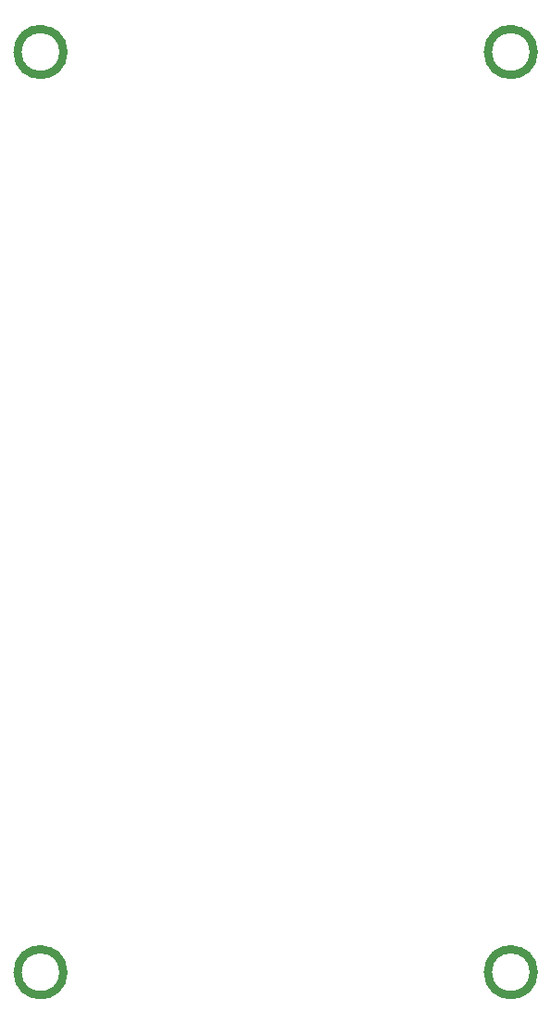
<source format=gbr>
%TF.GenerationSoftware,Altium Limited,Altium Designer,21.5.1 (32)*%
G04 Layer_Color=16711935*
%FSLAX45Y45*%
%MOMM*%
%TF.SameCoordinates,51D5493F-A844-4614-94AE-4B196E198A34*%
%TF.FilePolarity,Positive*%
%TF.FileFunction,Keep-out,Top*%
%TF.Part,Single*%
G01*
G75*
%TA.AperFunction,NonConductor*%
%ADD58C,0.80000*%
D58*
X610000Y400000D02*
G03*
X610000Y400000I-210000J0D01*
G01*
Y8800000D02*
G03*
X610000Y8800000I-210000J0D01*
G01*
X4910000D02*
G03*
X4910000Y8800000I-210000J0D01*
G01*
Y400000D02*
G03*
X4910000Y400000I-210000J0D01*
G01*
%TF.MD5,a9da97973319a123b150a8bad4eb71c4*%
M02*

</source>
